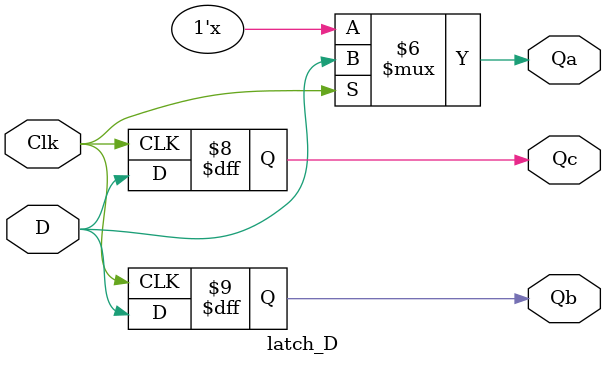
<source format=v>
module latch_FDDP_FDDN_board (input [1:0] SW,
								output [2:0] LEDR);

		latch_D ex1(SW[1], SW[0], LEDR[0], LEDR[1], LEDR[2]);
								
endmodule


module latch_D (Clk, D, Qa, Qb, Qc);
		input Clk, D;
		output reg Qa, Qb, Qc;
		
		always @ (D, Clk)
		begin
			if (Clk)
				Qa = D;
		end
		always @ (posedge Clk)
		begin
			if (Clk)
				Qb = D;
		end
		always @ (negedge Clk)
		begin
			if (!Clk)
				Qc = D;
		end

endmodule

</source>
